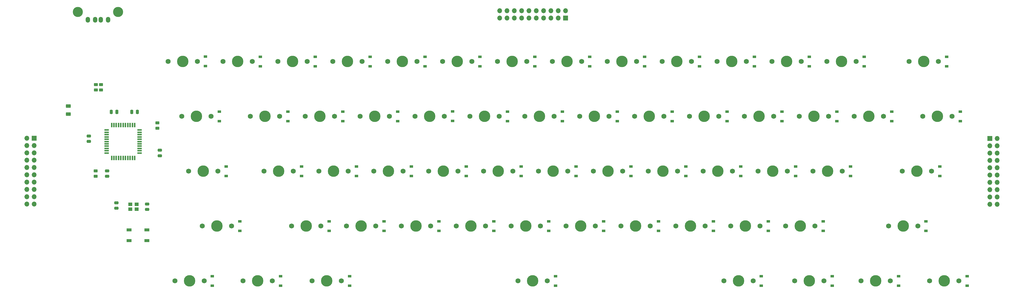
<source format=gts>
G04 #@! TF.GenerationSoftware,KiCad,Pcbnew,(6.0.9)*
G04 #@! TF.CreationDate,2023-03-10T16:35:17-06:00*
G04 #@! TF.ProjectId,BasePCB,42617365-5043-4422-9e6b-696361645f70,rev?*
G04 #@! TF.SameCoordinates,Original*
G04 #@! TF.FileFunction,Soldermask,Top*
G04 #@! TF.FilePolarity,Negative*
%FSLAX46Y46*%
G04 Gerber Fmt 4.6, Leading zero omitted, Abs format (unit mm)*
G04 Created by KiCad (PCBNEW (6.0.9)) date 2023-03-10 16:35:17*
%MOMM*%
%LPD*%
G01*
G04 APERTURE LIST*
G04 Aperture macros list*
%AMRoundRect*
0 Rectangle with rounded corners*
0 $1 Rounding radius*
0 $2 $3 $4 $5 $6 $7 $8 $9 X,Y pos of 4 corners*
0 Add a 4 corners polygon primitive as box body*
4,1,4,$2,$3,$4,$5,$6,$7,$8,$9,$2,$3,0*
0 Add four circle primitives for the rounded corners*
1,1,$1+$1,$2,$3*
1,1,$1+$1,$4,$5*
1,1,$1+$1,$6,$7*
1,1,$1+$1,$8,$9*
0 Add four rect primitives between the rounded corners*
20,1,$1+$1,$2,$3,$4,$5,0*
20,1,$1+$1,$4,$5,$6,$7,0*
20,1,$1+$1,$6,$7,$8,$9,0*
20,1,$1+$1,$8,$9,$2,$3,0*%
G04 Aperture macros list end*
%ADD10C,1.750000*%
%ADD11C,3.987800*%
%ADD12RoundRect,0.250000X-0.450000X0.262500X-0.450000X-0.262500X0.450000X-0.262500X0.450000X0.262500X0*%
%ADD13RoundRect,0.250000X0.250000X0.475000X-0.250000X0.475000X-0.250000X-0.475000X0.250000X-0.475000X0*%
%ADD14R,1.200000X0.900000*%
%ADD15RoundRect,0.250000X0.450000X-0.262500X0.450000X0.262500X-0.450000X0.262500X-0.450000X-0.262500X0*%
%ADD16R,1.800000X1.100000*%
%ADD17R,1.700000X1.700000*%
%ADD18O,1.700000X1.700000*%
%ADD19R,1.500000X0.550000*%
%ADD20R,0.550000X1.500000*%
%ADD21RoundRect,0.250000X0.475000X-0.250000X0.475000X0.250000X-0.475000X0.250000X-0.475000X-0.250000X0*%
%ADD22O,1.500000X2.000000*%
%ADD23C,3.500000*%
%ADD24R,1.400000X1.200000*%
%ADD25RoundRect,0.250000X0.625000X-0.375000X0.625000X0.375000X-0.625000X0.375000X-0.625000X-0.375000X0*%
%ADD26RoundRect,0.250000X-0.250000X-0.475000X0.250000X-0.475000X0.250000X0.475000X-0.250000X0.475000X0*%
%ADD27RoundRect,0.250000X-0.475000X0.250000X-0.475000X-0.250000X0.475000X-0.250000X0.475000X0.250000X0*%
G04 APERTURE END LIST*
D10*
X-70167500Y90487500D03*
D11*
X-65087500Y90487500D03*
D10*
X-60007500Y90487500D03*
D11*
X-41275000Y128587500D03*
D10*
X-36195000Y128587500D03*
X-46355000Y128587500D03*
D12*
X-128524000Y120546500D03*
X-128524000Y118721500D03*
D13*
X-114143750Y111125000D03*
X-116043750Y111125000D03*
D14*
X-19050000Y88837500D03*
X-19050000Y92137500D03*
D15*
X-107156250Y105450000D03*
X-107156250Y107275000D03*
D10*
X10795000Y128587500D03*
D11*
X15875000Y128587500D03*
D10*
X20955000Y128587500D03*
D14*
X128587500Y107887500D03*
X128587500Y111187500D03*
X-52387500Y126937500D03*
X-52387500Y130237500D03*
D10*
X59055000Y128587500D03*
D11*
X53975000Y128587500D03*
D10*
X48895000Y128587500D03*
D11*
X-36512500Y71437500D03*
D10*
X-31432500Y71437500D03*
X-41592500Y71437500D03*
X99536250Y52387500D03*
X89376250Y52387500D03*
D11*
X94456250Y52387500D03*
D16*
X-110819000Y66412500D03*
X-117019000Y70112500D03*
X-110819000Y70112500D03*
X-117019000Y66412500D03*
D14*
X0Y88837500D03*
X0Y92137500D03*
D10*
X-98742500Y109537500D03*
X-88582500Y109537500D03*
D11*
X-93662500Y109537500D03*
X165893750Y52387500D03*
D10*
X170973750Y52387500D03*
X160813750Y52387500D03*
D14*
X-90487500Y127000000D03*
X-90487500Y130300000D03*
D17*
X181675000Y101912500D03*
D18*
X184215000Y101912500D03*
X181675000Y99372500D03*
X184215000Y99372500D03*
X181675000Y96832500D03*
X184215000Y96832500D03*
X181675000Y94292500D03*
X184215000Y94292500D03*
X181675000Y91752500D03*
X184215000Y91752500D03*
X181675000Y89212500D03*
X184215000Y89212500D03*
X181675000Y86672500D03*
X184215000Y86672500D03*
X181675000Y84132500D03*
X184215000Y84132500D03*
X181675000Y81592500D03*
X184215000Y81592500D03*
X181675000Y79052500D03*
X184215000Y79052500D03*
D19*
X-124762500Y104806250D03*
X-124762500Y104006250D03*
X-124762500Y103206250D03*
X-124762500Y102406250D03*
X-124762500Y101606250D03*
X-124762500Y100806250D03*
X-124762500Y100006250D03*
X-124762500Y99206250D03*
X-124762500Y98406250D03*
X-124762500Y97606250D03*
X-124762500Y96806250D03*
D20*
X-123062500Y95106250D03*
X-122262500Y95106250D03*
X-121462500Y95106250D03*
X-120662500Y95106250D03*
X-119862500Y95106250D03*
X-119062500Y95106250D03*
X-118262500Y95106250D03*
X-117462500Y95106250D03*
X-116662500Y95106250D03*
X-115862500Y95106250D03*
X-115062500Y95106250D03*
D19*
X-113362500Y96806250D03*
X-113362500Y97606250D03*
X-113362500Y98406250D03*
X-113362500Y99206250D03*
X-113362500Y100006250D03*
X-113362500Y100806250D03*
X-113362500Y101606250D03*
X-113362500Y102406250D03*
X-113362500Y103206250D03*
X-113362500Y104006250D03*
X-113362500Y104806250D03*
D20*
X-115062500Y106506250D03*
X-115862500Y106506250D03*
X-116662500Y106506250D03*
X-117462500Y106506250D03*
X-118262500Y106506250D03*
X-119062500Y106506250D03*
X-119862500Y106506250D03*
X-120662500Y106506250D03*
X-121462500Y106506250D03*
X-122262500Y106506250D03*
X-123062500Y106506250D03*
D11*
X-55562500Y71437500D03*
D10*
X-50482500Y71437500D03*
X-60642500Y71437500D03*
D11*
X156368750Y90487500D03*
D10*
X151288750Y90487500D03*
X161448750Y90487500D03*
D14*
X-78581250Y69787500D03*
X-78581250Y73087500D03*
X38100000Y88837500D03*
X38100000Y92137500D03*
D10*
X144780000Y109537500D03*
X134620000Y109537500D03*
D11*
X139700000Y109537500D03*
D14*
X47625000Y69787500D03*
X47625000Y73087500D03*
X114300000Y88837500D03*
X114300000Y92137500D03*
D11*
X111125000Y128587500D03*
D10*
X106045000Y128587500D03*
X116205000Y128587500D03*
D14*
X173831250Y50737500D03*
X173831250Y54037500D03*
D21*
X-110744000Y77216000D03*
X-110744000Y79116000D03*
D14*
X-61912500Y107887500D03*
X-61912500Y111187500D03*
X4762500Y126937500D03*
X4762500Y130237500D03*
D10*
X-93345000Y128587500D03*
X-103505000Y128587500D03*
D11*
X-98425000Y128587500D03*
D14*
X30956250Y50737500D03*
X30956250Y54037500D03*
D11*
X44450000Y109537500D03*
D10*
X49530000Y109537500D03*
X39370000Y109537500D03*
X115570000Y109537500D03*
X125730000Y109537500D03*
D11*
X120650000Y109537500D03*
D14*
X-9525000Y69787500D03*
X-9525000Y73087500D03*
D21*
X-124618750Y88743750D03*
X-124618750Y90643750D03*
D14*
X100012500Y126937500D03*
X100012500Y130237500D03*
X-33337500Y126937500D03*
X-33337500Y130237500D03*
D10*
X-40957500Y90487500D03*
D11*
X-46037500Y90487500D03*
D10*
X-51117500Y90487500D03*
D11*
X87312500Y90487500D03*
D10*
X92392500Y90487500D03*
X82232500Y90487500D03*
D11*
X158750000Y128587500D03*
D10*
X153670000Y128587500D03*
X163830000Y128587500D03*
X137001250Y52387500D03*
X147161250Y52387500D03*
D11*
X142081250Y52387500D03*
X-26987500Y90487500D03*
D10*
X-32067500Y90487500D03*
X-21907500Y90487500D03*
D22*
X-124293750Y143115000D03*
X-126793750Y143115000D03*
X-128793750Y143115000D03*
X-131293750Y143115000D03*
D23*
X-134793750Y145825000D03*
X-120793750Y145825000D03*
D14*
X-64452500Y50737500D03*
X-64452500Y54037500D03*
X-23812500Y107887500D03*
X-23812500Y111187500D03*
D11*
X130175000Y128587500D03*
D10*
X135255000Y128587500D03*
X125095000Y128587500D03*
D11*
X106362500Y90487500D03*
D10*
X101282500Y90487500D03*
X111442500Y90487500D03*
D17*
X-149950000Y101937500D03*
D18*
X-152490000Y101937500D03*
X-149950000Y99397500D03*
X-152490000Y99397500D03*
X-149950000Y96857500D03*
X-152490000Y96857500D03*
X-149950000Y94317500D03*
X-152490000Y94317500D03*
X-149950000Y91777500D03*
X-152490000Y91777500D03*
X-149950000Y89237500D03*
X-152490000Y89237500D03*
X-149950000Y86697500D03*
X-152490000Y86697500D03*
X-149950000Y84157500D03*
X-152490000Y84157500D03*
X-149950000Y81617500D03*
X-152490000Y81617500D03*
X-149950000Y79077500D03*
X-152490000Y79077500D03*
D11*
X-48418750Y52387500D03*
D10*
X-53498750Y52387500D03*
X-43338750Y52387500D03*
D14*
X127000000Y50737500D03*
X127000000Y54037500D03*
X23812500Y126937500D03*
X23812500Y130237500D03*
D24*
X-116567500Y77297500D03*
X-114367500Y77297500D03*
X-114367500Y78997500D03*
X-116567500Y78997500D03*
D14*
X80962500Y126937500D03*
X80962500Y130237500D03*
X138112500Y126937500D03*
X138112500Y130237500D03*
D10*
X87630000Y109537500D03*
D11*
X82550000Y109537500D03*
D10*
X77470000Y109537500D03*
D14*
X-71437500Y126937500D03*
X-71437500Y130237500D03*
X-38100000Y88837500D03*
X-38100000Y92137500D03*
X14287500Y107887500D03*
X14287500Y111187500D03*
X102393750Y50737500D03*
X102393750Y54037500D03*
D10*
X53657500Y71437500D03*
D11*
X58737500Y71437500D03*
D10*
X63817500Y71437500D03*
D17*
X34448750Y143668750D03*
D18*
X34448750Y146208750D03*
X31908750Y143668750D03*
X31908750Y146208750D03*
X29368750Y143668750D03*
X29368750Y146208750D03*
X26828750Y143668750D03*
X26828750Y146208750D03*
X24288750Y143668750D03*
X24288750Y146208750D03*
X21748750Y143668750D03*
X21748750Y146208750D03*
X19208750Y143668750D03*
X19208750Y146208750D03*
X16668750Y143668750D03*
X16668750Y146208750D03*
X14128750Y143668750D03*
X14128750Y146208750D03*
X11588750Y143668750D03*
X11588750Y146208750D03*
D11*
X30162500Y90487500D03*
D10*
X25082500Y90487500D03*
X35242500Y90487500D03*
D14*
X-14287500Y126937500D03*
X-14287500Y130237500D03*
X66675000Y69787500D03*
X66675000Y73087500D03*
X90487500Y107887500D03*
X90487500Y111187500D03*
X42862500Y126937500D03*
X42862500Y130237500D03*
X164306250Y88837500D03*
X164306250Y92137500D03*
D21*
X-121443750Y77631250D03*
X-121443750Y79531250D03*
D14*
X71437500Y107887500D03*
X71437500Y111187500D03*
X150018750Y50737500D03*
X150018750Y54037500D03*
D10*
X-3492500Y71437500D03*
X6667500Y71437500D03*
D11*
X1587500Y71437500D03*
D14*
X159543750Y69787500D03*
X159543750Y73087500D03*
D11*
X151606250Y71437500D03*
D10*
X156686250Y71437500D03*
X146526250Y71437500D03*
D14*
X52387500Y107887500D03*
X52387500Y111187500D03*
D10*
X40005000Y128587500D03*
D11*
X34925000Y128587500D03*
D10*
X29845000Y128587500D03*
D25*
X-138112500Y110331250D03*
X-138112500Y113131250D03*
D11*
X23018750Y52387500D03*
D10*
X17938750Y52387500D03*
X28098750Y52387500D03*
X97155000Y128587500D03*
X86995000Y128587500D03*
D11*
X92075000Y128587500D03*
D14*
X76200000Y88837500D03*
X76200000Y92137500D03*
X-88106250Y50737500D03*
X-88106250Y54037500D03*
D11*
X-91281250Y90487500D03*
D10*
X-86201250Y90487500D03*
X-96361250Y90487500D03*
D14*
X-47625000Y69787500D03*
X-47625000Y73087500D03*
X28575000Y69787500D03*
X28575000Y73087500D03*
D10*
X6032500Y90487500D03*
D11*
X11112500Y90487500D03*
D10*
X16192500Y90487500D03*
X11430000Y109537500D03*
D11*
X6350000Y109537500D03*
D10*
X1270000Y109537500D03*
D11*
X-17462500Y71437500D03*
D10*
X-22542500Y71437500D03*
X-12382500Y71437500D03*
X-101123750Y52387500D03*
X-90963750Y52387500D03*
D11*
X-96043750Y52387500D03*
D14*
X61912500Y126937500D03*
X61912500Y130237500D03*
X57150000Y88837500D03*
X57150000Y92137500D03*
D10*
X25717500Y71437500D03*
D11*
X20637500Y71437500D03*
D10*
X15557500Y71437500D03*
X-36830000Y109537500D03*
X-26670000Y109537500D03*
D11*
X-31750000Y109537500D03*
D10*
X-17780000Y109537500D03*
D11*
X-12700000Y109537500D03*
D10*
X-7620000Y109537500D03*
X-17145000Y128587500D03*
D11*
X-22225000Y128587500D03*
D10*
X-27305000Y128587500D03*
D14*
X109537500Y107887500D03*
X109537500Y111187500D03*
D10*
X44767500Y71437500D03*
X34607500Y71437500D03*
D11*
X39687500Y71437500D03*
D14*
X-85725000Y107887500D03*
X-85725000Y111187500D03*
D10*
X-65405000Y128587500D03*
X-55245000Y128587500D03*
D11*
X-60325000Y128587500D03*
D26*
X-123187500Y111125000D03*
X-121287500Y111125000D03*
D10*
X20320000Y109537500D03*
D11*
X25400000Y109537500D03*
D10*
X30480000Y109537500D03*
D14*
X-40481250Y50737500D03*
X-40481250Y54037500D03*
D10*
X101917500Y71437500D03*
D11*
X96837500Y71437500D03*
D10*
X91757500Y71437500D03*
D14*
X85725000Y69787500D03*
X85725000Y73087500D03*
D10*
X73342500Y90487500D03*
D11*
X68262500Y90487500D03*
D10*
X63182500Y90487500D03*
D14*
X147637500Y107887500D03*
X147637500Y111187500D03*
D11*
X-3175000Y128587500D03*
D10*
X1905000Y128587500D03*
X-8255000Y128587500D03*
X-77470000Y52387500D03*
X-67310000Y52387500D03*
D11*
X-72390000Y52387500D03*
X77787500Y71437500D03*
D10*
X82867500Y71437500D03*
X72707500Y71437500D03*
D14*
X-83343750Y88837500D03*
X-83343750Y92137500D03*
X166687500Y126937500D03*
X166687500Y130237500D03*
X9525000Y69787500D03*
X9525000Y73087500D03*
D10*
X78105000Y128587500D03*
D11*
X73025000Y128587500D03*
D10*
X67945000Y128587500D03*
X-81438750Y71437500D03*
X-91598750Y71437500D03*
D11*
X-86518750Y71437500D03*
D10*
X-64770000Y109537500D03*
D11*
X-69850000Y109537500D03*
D10*
X-74930000Y109537500D03*
D14*
X-57150000Y88837500D03*
X-57150000Y92137500D03*
D21*
X-130975000Y100825000D03*
X-130975000Y102725000D03*
D14*
X33337500Y107887500D03*
X33337500Y111187500D03*
D11*
X-7937500Y90487500D03*
D10*
X-2857500Y90487500D03*
X-13017500Y90487500D03*
D11*
X115887500Y71437500D03*
D10*
X120967500Y71437500D03*
X110807500Y71437500D03*
X-55880000Y109537500D03*
D11*
X-50800000Y109537500D03*
D10*
X-45720000Y109537500D03*
D14*
X119062500Y126937500D03*
X119062500Y130237500D03*
D10*
X106680000Y109537500D03*
X96520000Y109537500D03*
D11*
X101600000Y109537500D03*
D10*
X124142500Y52387500D03*
D11*
X119062500Y52387500D03*
D10*
X113982500Y52387500D03*
D14*
X104775000Y69787500D03*
X104775000Y73087500D03*
D10*
X54292500Y90487500D03*
X44132500Y90487500D03*
D11*
X49212500Y90487500D03*
D14*
X-42862500Y107887500D03*
X-42862500Y111187500D03*
D11*
X125412500Y90487500D03*
D10*
X130492500Y90487500D03*
X120332500Y90487500D03*
D14*
X171450000Y107887500D03*
X171450000Y111187500D03*
D15*
X-128587500Y88781250D03*
X-128587500Y90606250D03*
D12*
X-126746000Y120546500D03*
X-126746000Y118721500D03*
D11*
X-79375000Y128587500D03*
D10*
X-84455000Y128587500D03*
X-74295000Y128587500D03*
D14*
X133350000Y88837500D03*
X133350000Y92137500D03*
D10*
X58420000Y109537500D03*
D11*
X63500000Y109537500D03*
D10*
X68580000Y109537500D03*
D14*
X-28575000Y69787500D03*
X-28575000Y73087500D03*
D27*
X-106362500Y97787500D03*
X-106362500Y95887500D03*
D14*
X19050000Y88837500D03*
X19050000Y92137500D03*
X123825000Y69787500D03*
X123825000Y73087500D03*
X-4762500Y107950000D03*
X-4762500Y111250000D03*
D10*
X158432500Y109537500D03*
D11*
X163512500Y109537500D03*
D10*
X168592500Y109537500D03*
D14*
X95250000Y88837500D03*
X95250000Y92137500D03*
M02*

</source>
